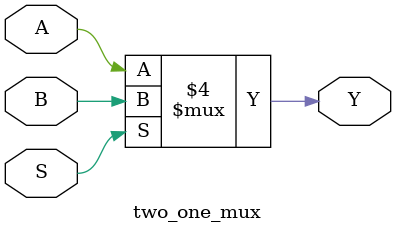
<source format=v>
`timescale 1ns / 1ps
`default_nettype none
module two_one_mux(Y,A,B,S);

//declare output and input ports
output reg Y; // declare output as reg as it will modified
input wire A,B,S; // declaring inputs

always@(A or B or S)//always block triggers when inputs change

// behavioral, works like standard C++ if and else statements
  begin
    if (S == 1'b0)
        Y = A;
    else
        Y = B;
  end
    
endmodule // end the module


//////////////////////////////////////////////////////////////////////////////////
// Company: 
// Engineer: 
// 
// Create Date: 03/05/2025 06:09:03 PM
// Design Name: 
// Module Name: two_one_mux_behavioral
// Project Name: 
// Target Devices: 
// Tool Versions: 
// Description: 
// 
// Dependencies: 
// 
// Revision:
// Revision 0.01 - File Created
// Additional Comments:
// 
//////////////////////////////////////////////////////////////////////////////////


</source>
